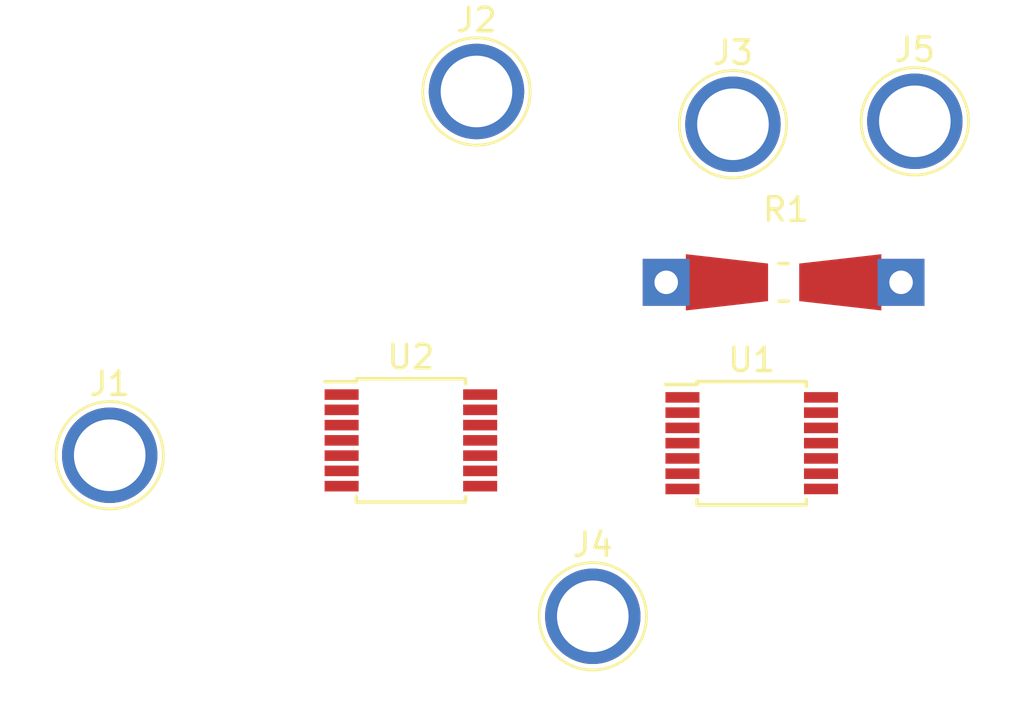
<source format=kicad_pcb>
(kicad_pcb (version 20171130) (host pcbnew "(5.1.2)-2")

  (general
    (thickness 1.6)
    (drawings 0)
    (tracks 0)
    (zones 0)
    (modules 8)
    (nets 9)
  )

  (page A4)
  (layers
    (0 F.Cu signal)
    (31 B.Cu signal)
    (32 B.Adhes user)
    (33 F.Adhes user)
    (34 B.Paste user)
    (35 F.Paste user)
    (36 B.SilkS user)
    (37 F.SilkS user)
    (38 B.Mask user)
    (39 F.Mask user)
    (40 Dwgs.User user)
    (41 Cmts.User user)
    (42 Eco1.User user)
    (43 Eco2.User user)
    (44 Edge.Cuts user)
    (45 Margin user)
    (46 B.CrtYd user)
    (47 F.CrtYd user)
    (48 B.Fab user)
    (49 F.Fab user)
  )

  (setup
    (last_trace_width 0.25)
    (trace_clearance 0.2)
    (zone_clearance 0.508)
    (zone_45_only no)
    (trace_min 0.2)
    (via_size 0.8)
    (via_drill 0.4)
    (via_min_size 0.4)
    (via_min_drill 0.3)
    (uvia_size 0.3)
    (uvia_drill 0.1)
    (uvias_allowed no)
    (uvia_min_size 0.2)
    (uvia_min_drill 0.1)
    (edge_width 0.05)
    (segment_width 0.2)
    (pcb_text_width 0.3)
    (pcb_text_size 1.5 1.5)
    (mod_edge_width 0.12)
    (mod_text_size 1 1)
    (mod_text_width 0.15)
    (pad_size 1.524 1.524)
    (pad_drill 0.762)
    (pad_to_mask_clearance 0.051)
    (solder_mask_min_width 0.25)
    (aux_axis_origin 0 0)
    (visible_elements FFFFFF7F)
    (pcbplotparams
      (layerselection 0x010fc_ffffffff)
      (usegerberextensions false)
      (usegerberattributes false)
      (usegerberadvancedattributes false)
      (creategerberjobfile false)
      (excludeedgelayer true)
      (linewidth 0.100000)
      (plotframeref false)
      (viasonmask false)
      (mode 1)
      (useauxorigin false)
      (hpglpennumber 1)
      (hpglpenspeed 20)
      (hpglpendiameter 15.000000)
      (psnegative false)
      (psa4output false)
      (plotreference true)
      (plotvalue true)
      (plotinvisibletext false)
      (padsonsilk false)
      (subtractmaskfromsilk false)
      (outputformat 1)
      (mirror false)
      (drillshape 1)
      (scaleselection 1)
      (outputdirectory ""))
  )

  (net 0 "")
  (net 1 "Net-(J1-Pad1)")
  (net 2 "Net-(J2-Pad1)")
  (net 3 "Net-(J3-Pad1)")
  (net 4 "Net-(J4-Pad1)")
  (net 5 "Net-(J5-Pad1)")
  (net 6 VCC)
  (net 7 "Net-(U2-Pad6)")
  (net 8 GNDA)

  (net_class Default "これはデフォルトのネット クラスです。"
    (clearance 0.2)
    (trace_width 0.25)
    (via_dia 0.8)
    (via_drill 0.4)
    (uvia_dia 0.3)
    (uvia_drill 0.1)
    (add_net GNDA)
    (add_net "Net-(J1-Pad1)")
    (add_net "Net-(J2-Pad1)")
    (add_net "Net-(J3-Pad1)")
    (add_net "Net-(J4-Pad1)")
    (add_net "Net-(J5-Pad1)")
    (add_net "Net-(U2-Pad6)")
    (add_net VCC)
  )

  (module Connectors:1pin (layer F.Cu) (tedit 5861332C) (tstamp 5DFAC257)
    (at 143.891 89.281)
    (descr "module 1 pin (ou trou mecanique de percage)")
    (tags DEV)
    (path /5DFDB484)
    (fp_text reference J1 (at 0 -3.048) (layer F.SilkS)
      (effects (font (size 1 1) (thickness 0.15)))
    )
    (fp_text value Conn_01x01 (at 0 3) (layer F.Fab)
      (effects (font (size 1 1) (thickness 0.15)))
    )
    (fp_circle (center 0 0) (end 2 0.8) (layer F.Fab) (width 0.1))
    (fp_circle (center 0 0) (end 2.6 0) (layer F.CrtYd) (width 0.05))
    (fp_circle (center 0 0) (end 0 -2.286) (layer F.SilkS) (width 0.12))
    (pad 1 thru_hole circle (at 0 0) (size 4.064 4.064) (drill 3.048) (layers *.Cu *.Mask)
      (net 1 "Net-(J1-Pad1)"))
  )

  (module Connectors:1pin (layer F.Cu) (tedit 5861332C) (tstamp 5DFAC25F)
    (at 159.512 73.787)
    (descr "module 1 pin (ou trou mecanique de percage)")
    (tags DEV)
    (path /5DFD9489)
    (fp_text reference J2 (at 0 -3.048) (layer F.SilkS)
      (effects (font (size 1 1) (thickness 0.15)))
    )
    (fp_text value Conn_01x01 (at 0 3) (layer F.Fab)
      (effects (font (size 1 1) (thickness 0.15)))
    )
    (fp_circle (center 0 0) (end 0 -2.286) (layer F.SilkS) (width 0.12))
    (fp_circle (center 0 0) (end 2.6 0) (layer F.CrtYd) (width 0.05))
    (fp_circle (center 0 0) (end 2 0.8) (layer F.Fab) (width 0.1))
    (pad 1 thru_hole circle (at 0 0) (size 4.064 4.064) (drill 3.048) (layers *.Cu *.Mask)
      (net 2 "Net-(J2-Pad1)"))
  )

  (module Connectors:1pin (layer F.Cu) (tedit 5861332C) (tstamp 5DFAC267)
    (at 170.434 75.184)
    (descr "module 1 pin (ou trou mecanique de percage)")
    (tags DEV)
    (path /5DFDCB09)
    (fp_text reference J3 (at 0 -3.048) (layer F.SilkS)
      (effects (font (size 1 1) (thickness 0.15)))
    )
    (fp_text value Conn_01x01 (at 0 3) (layer F.Fab)
      (effects (font (size 1 1) (thickness 0.15)))
    )
    (fp_circle (center 0 0) (end 2 0.8) (layer F.Fab) (width 0.1))
    (fp_circle (center 0 0) (end 2.6 0) (layer F.CrtYd) (width 0.05))
    (fp_circle (center 0 0) (end 0 -2.286) (layer F.SilkS) (width 0.12))
    (pad 1 thru_hole circle (at 0 0) (size 4.064 4.064) (drill 3.048) (layers *.Cu *.Mask)
      (net 3 "Net-(J3-Pad1)"))
  )

  (module Connectors:1pin (layer F.Cu) (tedit 5861332C) (tstamp 5DFAC26F)
    (at 164.465 96.139)
    (descr "module 1 pin (ou trou mecanique de percage)")
    (tags DEV)
    (path /5DFDC65A)
    (fp_text reference J4 (at 0 -3.048) (layer F.SilkS)
      (effects (font (size 1 1) (thickness 0.15)))
    )
    (fp_text value Conn_01x01 (at 0 3) (layer F.Fab)
      (effects (font (size 1 1) (thickness 0.15)))
    )
    (fp_circle (center 0 0) (end 0 -2.286) (layer F.SilkS) (width 0.12))
    (fp_circle (center 0 0) (end 2.6 0) (layer F.CrtYd) (width 0.05))
    (fp_circle (center 0 0) (end 2 0.8) (layer F.Fab) (width 0.1))
    (pad 1 thru_hole circle (at 0 0) (size 4.064 4.064) (drill 3.048) (layers *.Cu *.Mask)
      (net 4 "Net-(J4-Pad1)"))
  )

  (module Connectors:1pin (layer F.Cu) (tedit 5861332C) (tstamp 5DFAC277)
    (at 178.181 75.057)
    (descr "module 1 pin (ou trou mecanique de percage)")
    (tags DEV)
    (path /5DFD86C7)
    (fp_text reference J5 (at 0 -3.048) (layer F.SilkS)
      (effects (font (size 1 1) (thickness 0.15)))
    )
    (fp_text value Conn_01x01 (at 0 3) (layer F.Fab)
      (effects (font (size 1 1) (thickness 0.15)))
    )
    (fp_circle (center 0 0) (end 0 -2.286) (layer F.SilkS) (width 0.12))
    (fp_circle (center 0 0) (end 2.6 0) (layer F.CrtYd) (width 0.05))
    (fp_circle (center 0 0) (end 2 0.8) (layer F.Fab) (width 0.1))
    (pad 1 thru_hole circle (at 0 0) (size 4.064 4.064) (drill 3.048) (layers *.Cu *.Mask)
      (net 5 "Net-(J5-Pad1)"))
  )

  (module Resistors_Universal:Resistor_SMD+THTuniversal_0805to1206_RM10_HandSoldering (layer F.Cu) (tedit 0) (tstamp 5DFAC283)
    (at 172.593 81.915)
    (descr "Resistor, SMD and THT, universal, 0805 to 1206,RM10,  Hand soldering,")
    (tags "Resistor, SMD and THT, universal, 0805 to 1206, RM10, Hand soldering,")
    (path /5DE73EE8)
    (fp_text reference R1 (at 0.09906 -3.0988) (layer F.SilkS)
      (effects (font (size 1 1) (thickness 0.15)))
    )
    (fp_text value 1k (at -0.39878 4.20116) (layer F.Fab)
      (effects (font (size 1 1) (thickness 0.15)))
    )
    (fp_line (start -0.20066 -0.8001) (end 0.20066 -0.8001) (layer F.SilkS) (width 0.15))
    (fp_line (start -0.09906 -0.8001) (end -0.20066 -0.8001) (layer F.SilkS) (width 0.15))
    (fp_line (start 0 0.8001) (end -0.20066 0.8001) (layer F.SilkS) (width 0.15))
    (fp_line (start 0 0.8001) (end 0.20066 0.8001) (layer F.SilkS) (width 0.15))
    (pad 2 thru_hole rect (at 5.00126 0 180) (size 1.99898 1.99898) (drill 1.00076) (layers *.Cu *.Mask)
      (net 5 "Net-(J5-Pad1)"))
    (pad 1 thru_hole rect (at -5.00126 0 180) (size 1.99898 1.99898) (drill 1.00076) (layers *.Cu *.Mask)
      (net 3 "Net-(J3-Pad1)"))
    (pad 2 smd trapezoid (at 2.413 0 180) (size 3.50012 1.99898) (rect_delta 0.39878 0 ) (layers F.Cu F.Paste F.Mask)
      (net 5 "Net-(J5-Pad1)"))
    (pad 1 smd trapezoid (at -2.413 0) (size 3.50012 1.99898) (rect_delta 0.39878 0 ) (layers F.Cu F.Paste F.Mask)
      (net 3 "Net-(J3-Pad1)"))
  )

  (module Housings_SSOP:TSSOP-14_4.4x5mm_Pitch0.65mm (layer F.Cu) (tedit 54130A77) (tstamp 5DFAC2A6)
    (at 171.234001 88.765001)
    (descr "14-Lead Plastic Thin Shrink Small Outline (ST)-4.4 mm Body [TSSOP] (see Microchip Packaging Specification 00000049BS.pdf)")
    (tags "SSOP 0.65")
    (path /5DF998DF)
    (attr smd)
    (fp_text reference U1 (at 0 -3.55) (layer F.SilkS)
      (effects (font (size 1 1) (thickness 0.15)))
    )
    (fp_text value Opamp_Quad_Generic (at 0 3.55) (layer F.Fab)
      (effects (font (size 1 1) (thickness 0.15)))
    )
    (fp_text user %R (at 0 0) (layer F.Fab)
      (effects (font (size 0.8 0.8) (thickness 0.15)))
    )
    (fp_line (start -2.325 -2.5) (end -3.675 -2.5) (layer F.SilkS) (width 0.15))
    (fp_line (start -2.325 2.625) (end 2.325 2.625) (layer F.SilkS) (width 0.15))
    (fp_line (start -2.325 -2.625) (end 2.325 -2.625) (layer F.SilkS) (width 0.15))
    (fp_line (start -2.325 2.625) (end -2.325 2.4) (layer F.SilkS) (width 0.15))
    (fp_line (start 2.325 2.625) (end 2.325 2.4) (layer F.SilkS) (width 0.15))
    (fp_line (start 2.325 -2.625) (end 2.325 -2.4) (layer F.SilkS) (width 0.15))
    (fp_line (start -2.325 -2.625) (end -2.325 -2.5) (layer F.SilkS) (width 0.15))
    (fp_line (start -3.95 2.8) (end 3.95 2.8) (layer F.CrtYd) (width 0.05))
    (fp_line (start -3.95 -2.8) (end 3.95 -2.8) (layer F.CrtYd) (width 0.05))
    (fp_line (start 3.95 -2.8) (end 3.95 2.8) (layer F.CrtYd) (width 0.05))
    (fp_line (start -3.95 -2.8) (end -3.95 2.8) (layer F.CrtYd) (width 0.05))
    (fp_line (start -2.2 -1.5) (end -1.2 -2.5) (layer F.Fab) (width 0.15))
    (fp_line (start -2.2 2.5) (end -2.2 -1.5) (layer F.Fab) (width 0.15))
    (fp_line (start 2.2 2.5) (end -2.2 2.5) (layer F.Fab) (width 0.15))
    (fp_line (start 2.2 -2.5) (end 2.2 2.5) (layer F.Fab) (width 0.15))
    (fp_line (start -1.2 -2.5) (end 2.2 -2.5) (layer F.Fab) (width 0.15))
    (pad 14 smd rect (at 2.95 -1.95) (size 1.45 0.45) (layers F.Cu F.Paste F.Mask))
    (pad 13 smd rect (at 2.95 -1.3) (size 1.45 0.45) (layers F.Cu F.Paste F.Mask))
    (pad 12 smd rect (at 2.95 -0.65) (size 1.45 0.45) (layers F.Cu F.Paste F.Mask))
    (pad 11 smd rect (at 2.95 0) (size 1.45 0.45) (layers F.Cu F.Paste F.Mask))
    (pad 10 smd rect (at 2.95 0.65) (size 1.45 0.45) (layers F.Cu F.Paste F.Mask))
    (pad 9 smd rect (at 2.95 1.3) (size 1.45 0.45) (layers F.Cu F.Paste F.Mask))
    (pad 8 smd rect (at 2.95 1.95) (size 1.45 0.45) (layers F.Cu F.Paste F.Mask))
    (pad 7 smd rect (at -2.95 1.95) (size 1.45 0.45) (layers F.Cu F.Paste F.Mask))
    (pad 6 smd rect (at -2.95 1.3) (size 1.45 0.45) (layers F.Cu F.Paste F.Mask))
    (pad 5 smd rect (at -2.95 0.65) (size 1.45 0.45) (layers F.Cu F.Paste F.Mask))
    (pad 4 smd rect (at -2.95 0) (size 1.45 0.45) (layers F.Cu F.Paste F.Mask))
    (pad 3 smd rect (at -2.95 -0.65) (size 1.45 0.45) (layers F.Cu F.Paste F.Mask)
      (net 4 "Net-(J4-Pad1)"))
    (pad 2 smd rect (at -2.95 -1.3) (size 1.45 0.45) (layers F.Cu F.Paste F.Mask)
      (net 3 "Net-(J3-Pad1)"))
    (pad 1 smd rect (at -2.95 -1.95) (size 1.45 0.45) (layers F.Cu F.Paste F.Mask)
      (net 5 "Net-(J5-Pad1)"))
    (model ${KISYS3DMOD}/Housings_SSOP.3dshapes/TSSOP-14_4.4x5mm_Pitch0.65mm.wrl
      (at (xyz 0 0 0))
      (scale (xyz 1 1 1))
      (rotate (xyz 0 0 0))
    )
  )

  (module Housings_SSOP:TSSOP-14_4.4x5mm_Pitch0.65mm (layer F.Cu) (tedit 54130A77) (tstamp 5DFAC4F8)
    (at 156.718 88.646)
    (descr "14-Lead Plastic Thin Shrink Small Outline (ST)-4.4 mm Body [TSSOP] (see Microchip Packaging Specification 00000049BS.pdf)")
    (tags "SSOP 0.65")
    (path /5DFA26A9)
    (attr smd)
    (fp_text reference U2 (at 0 -3.55) (layer F.SilkS)
      (effects (font (size 1 1) (thickness 0.15)))
    )
    (fp_text value Opamp_Quad_Generic (at 0 3.55) (layer F.Fab)
      (effects (font (size 1 1) (thickness 0.15)))
    )
    (fp_line (start -1.2 -2.5) (end 2.2 -2.5) (layer F.Fab) (width 0.15))
    (fp_line (start 2.2 -2.5) (end 2.2 2.5) (layer F.Fab) (width 0.15))
    (fp_line (start 2.2 2.5) (end -2.2 2.5) (layer F.Fab) (width 0.15))
    (fp_line (start -2.2 2.5) (end -2.2 -1.5) (layer F.Fab) (width 0.15))
    (fp_line (start -2.2 -1.5) (end -1.2 -2.5) (layer F.Fab) (width 0.15))
    (fp_line (start -3.95 -2.8) (end -3.95 2.8) (layer F.CrtYd) (width 0.05))
    (fp_line (start 3.95 -2.8) (end 3.95 2.8) (layer F.CrtYd) (width 0.05))
    (fp_line (start -3.95 -2.8) (end 3.95 -2.8) (layer F.CrtYd) (width 0.05))
    (fp_line (start -3.95 2.8) (end 3.95 2.8) (layer F.CrtYd) (width 0.05))
    (fp_line (start -2.325 -2.625) (end -2.325 -2.5) (layer F.SilkS) (width 0.15))
    (fp_line (start 2.325 -2.625) (end 2.325 -2.4) (layer F.SilkS) (width 0.15))
    (fp_line (start 2.325 2.625) (end 2.325 2.4) (layer F.SilkS) (width 0.15))
    (fp_line (start -2.325 2.625) (end -2.325 2.4) (layer F.SilkS) (width 0.15))
    (fp_line (start -2.325 -2.625) (end 2.325 -2.625) (layer F.SilkS) (width 0.15))
    (fp_line (start -2.325 2.625) (end 2.325 2.625) (layer F.SilkS) (width 0.15))
    (fp_line (start -2.325 -2.5) (end -3.675 -2.5) (layer F.SilkS) (width 0.15))
    (fp_text user %R (at -0.084001 -1.809001) (layer F.Fab)
      (effects (font (size 0.8 0.8) (thickness 0.15)))
    )
    (pad 1 smd rect (at -2.95 -1.95) (size 1.45 0.45) (layers F.Cu F.Paste F.Mask))
    (pad 2 smd rect (at -2.95 -1.3) (size 1.45 0.45) (layers F.Cu F.Paste F.Mask))
    (pad 3 smd rect (at -2.95 -0.65) (size 1.45 0.45) (layers F.Cu F.Paste F.Mask))
    (pad 4 smd rect (at -2.95 0) (size 1.45 0.45) (layers F.Cu F.Paste F.Mask)
      (net 6 VCC))
    (pad 5 smd rect (at -2.95 0.65) (size 1.45 0.45) (layers F.Cu F.Paste F.Mask)
      (net 1 "Net-(J1-Pad1)"))
    (pad 6 smd rect (at -2.95 1.3) (size 1.45 0.45) (layers F.Cu F.Paste F.Mask)
      (net 7 "Net-(U2-Pad6)"))
    (pad 7 smd rect (at -2.95 1.95) (size 1.45 0.45) (layers F.Cu F.Paste F.Mask)
      (net 2 "Net-(J2-Pad1)"))
    (pad 8 smd rect (at 2.95 1.95) (size 1.45 0.45) (layers F.Cu F.Paste F.Mask)
      (net 7 "Net-(U2-Pad6)"))
    (pad 9 smd rect (at 2.95 1.3) (size 1.45 0.45) (layers F.Cu F.Paste F.Mask)
      (net 7 "Net-(U2-Pad6)"))
    (pad 10 smd rect (at 2.95 0.65) (size 1.45 0.45) (layers F.Cu F.Paste F.Mask)
      (net 2 "Net-(J2-Pad1)"))
    (pad 11 smd rect (at 2.95 0) (size 1.45 0.45) (layers F.Cu F.Paste F.Mask)
      (net 8 GNDA))
    (pad 12 smd rect (at 2.95 -0.65) (size 1.45 0.45) (layers F.Cu F.Paste F.Mask))
    (pad 13 smd rect (at 2.95 -1.3) (size 1.45 0.45) (layers F.Cu F.Paste F.Mask))
    (pad 14 smd rect (at 2.95 -1.95) (size 1.45 0.45) (layers F.Cu F.Paste F.Mask))
    (model ${KISYS3DMOD}/Housings_SSOP.3dshapes/TSSOP-14_4.4x5mm_Pitch0.65mm.wrl
      (at (xyz 0 0 0))
      (scale (xyz 1 1 1))
      (rotate (xyz 0 0 0))
    )
  )

)

</source>
